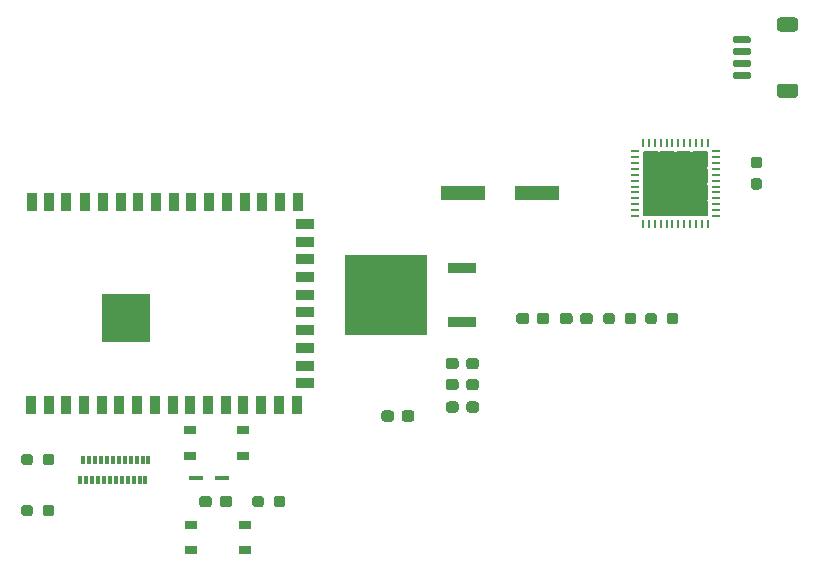
<source format=gbr>
%TF.GenerationSoftware,KiCad,Pcbnew,(5.1.9-0-10_14)*%
%TF.CreationDate,2021-04-08T19:41:26-04:00*%
%TF.ProjectId,RoboCloud,526f626f-436c-46f7-9564-2e6b69636164,rev?*%
%TF.SameCoordinates,Original*%
%TF.FileFunction,Paste,Top*%
%TF.FilePolarity,Positive*%
%FSLAX46Y46*%
G04 Gerber Fmt 4.6, Leading zero omitted, Abs format (unit mm)*
G04 Created by KiCad (PCBNEW (5.1.9-0-10_14)) date 2021-04-08 19:41:26*
%MOMM*%
%LPD*%
G01*
G04 APERTURE LIST*
%ADD10C,0.152400*%
%ADD11R,0.990600X0.711200*%
%ADD12R,4.100000X4.100000*%
%ADD13R,0.900000X1.500000*%
%ADD14R,1.500000X0.900000*%
%ADD15R,3.708400X1.219200*%
%ADD16R,1.168400X0.457200*%
%ADD17R,0.300000X0.700000*%
%ADD18R,0.704800X0.199200*%
%ADD19R,0.199200X0.704800*%
%ADD20R,5.499999X5.499999*%
%ADD21R,2.489200X0.939800*%
%ADD22R,6.934200X6.781800*%
G04 APERTURE END LIST*
D10*
%TO.C,U1*%
X188705000Y-80723000D02*
X187530000Y-80723000D01*
X188705000Y-81898000D02*
X188705000Y-80723000D01*
X187530000Y-81898000D02*
X188705000Y-81898000D01*
X187530000Y-80723000D02*
X187530000Y-81898000D01*
X188705000Y-79348000D02*
X187530000Y-79348000D01*
X188705000Y-80523000D02*
X188705000Y-79348000D01*
X187530000Y-80523000D02*
X188705000Y-80523000D01*
X187530000Y-79348000D02*
X187530000Y-80523000D01*
X188705000Y-77973000D02*
X187530000Y-77973000D01*
X188705000Y-79148000D02*
X188705000Y-77973000D01*
X187530000Y-79148000D02*
X188705000Y-79148000D01*
X187530000Y-77973000D02*
X187530000Y-79148000D01*
X188705000Y-76598000D02*
X187530000Y-76598000D01*
X188705000Y-77773000D02*
X188705000Y-76598000D01*
X187530000Y-77773000D02*
X188705000Y-77773000D01*
X187530000Y-76598000D02*
X187530000Y-77773000D01*
X187330000Y-80723000D02*
X186155000Y-80723000D01*
X187330000Y-81898000D02*
X187330000Y-80723000D01*
X186155000Y-81898000D02*
X187330000Y-81898000D01*
X186155000Y-80723000D02*
X186155000Y-81898000D01*
X187330000Y-79348000D02*
X186155000Y-79348000D01*
X187330000Y-80523000D02*
X187330000Y-79348000D01*
X186155000Y-80523000D02*
X187330000Y-80523000D01*
X186155000Y-79348000D02*
X186155000Y-80523000D01*
X187330000Y-77973000D02*
X186155000Y-77973000D01*
X187330000Y-79148000D02*
X187330000Y-77973000D01*
X186155000Y-79148000D02*
X187330000Y-79148000D01*
X186155000Y-77973000D02*
X186155000Y-79148000D01*
X187330000Y-76598000D02*
X186155000Y-76598000D01*
X187330000Y-77773000D02*
X187330000Y-76598000D01*
X186155000Y-77773000D02*
X187330000Y-77773000D01*
X186155000Y-76598000D02*
X186155000Y-77773000D01*
X185955000Y-80723000D02*
X184780000Y-80723000D01*
X185955000Y-81898000D02*
X185955000Y-80723000D01*
X184780000Y-81898000D02*
X185955000Y-81898000D01*
X184780000Y-80723000D02*
X184780000Y-81898000D01*
X185955000Y-79348000D02*
X184780000Y-79348000D01*
X185955000Y-80523000D02*
X185955000Y-79348000D01*
X184780000Y-80523000D02*
X185955000Y-80523000D01*
X184780000Y-79348000D02*
X184780000Y-80523000D01*
X185955000Y-77973000D02*
X184780000Y-77973000D01*
X185955000Y-79148000D02*
X185955000Y-77973000D01*
X184780000Y-79148000D02*
X185955000Y-79148000D01*
X184780000Y-77973000D02*
X184780000Y-79148000D01*
X185955000Y-76598000D02*
X184780000Y-76598000D01*
X185955000Y-77773000D02*
X185955000Y-76598000D01*
X184780000Y-77773000D02*
X185955000Y-77773000D01*
X184780000Y-76598000D02*
X184780000Y-77773000D01*
X184580000Y-80723000D02*
X183405000Y-80723000D01*
X184580000Y-81898000D02*
X184580000Y-80723000D01*
X183405000Y-81898000D02*
X184580000Y-81898000D01*
X183405000Y-80723000D02*
X183405000Y-81898000D01*
X184580000Y-79348000D02*
X183405000Y-79348000D01*
X184580000Y-80523000D02*
X184580000Y-79348000D01*
X183405000Y-80523000D02*
X184580000Y-80523000D01*
X183405000Y-79348000D02*
X183405000Y-80523000D01*
X184580000Y-77973000D02*
X183405000Y-77973000D01*
X184580000Y-79148000D02*
X184580000Y-77973000D01*
X183405000Y-79148000D02*
X184580000Y-79148000D01*
X183405000Y-77973000D02*
X183405000Y-79148000D01*
X184580000Y-76598000D02*
X183405000Y-76598000D01*
X184580000Y-77773000D02*
X184580000Y-76598000D01*
X183405000Y-77773000D02*
X184580000Y-77773000D01*
X183405000Y-76598000D02*
X183405000Y-77773000D01*
%TD*%
%TO.C,REF\u002A\u002A*%
G36*
G01*
X152063000Y-106409500D02*
X152063000Y-105934500D01*
G75*
G02*
X152300500Y-105697000I237500J0D01*
G01*
X152800500Y-105697000D01*
G75*
G02*
X153038000Y-105934500I0J-237500D01*
G01*
X153038000Y-106409500D01*
G75*
G02*
X152800500Y-106647000I-237500J0D01*
G01*
X152300500Y-106647000D01*
G75*
G02*
X152063000Y-106409500I0J237500D01*
G01*
G37*
G36*
G01*
X150238000Y-106409500D02*
X150238000Y-105934500D01*
G75*
G02*
X150475500Y-105697000I237500J0D01*
G01*
X150975500Y-105697000D01*
G75*
G02*
X151213000Y-105934500I0J-237500D01*
G01*
X151213000Y-106409500D01*
G75*
G02*
X150975500Y-106647000I-237500J0D01*
G01*
X150475500Y-106647000D01*
G75*
G02*
X150238000Y-106409500I0J237500D01*
G01*
G37*
%TD*%
%TO.C,C*%
G36*
G01*
X147454500Y-106409500D02*
X147454500Y-105934500D01*
G75*
G02*
X147692000Y-105697000I237500J0D01*
G01*
X148292000Y-105697000D01*
G75*
G02*
X148529500Y-105934500I0J-237500D01*
G01*
X148529500Y-106409500D01*
G75*
G02*
X148292000Y-106647000I-237500J0D01*
G01*
X147692000Y-106647000D01*
G75*
G02*
X147454500Y-106409500I0J237500D01*
G01*
G37*
G36*
G01*
X145729500Y-106409500D02*
X145729500Y-105934500D01*
G75*
G02*
X145967000Y-105697000I237500J0D01*
G01*
X146567000Y-105697000D01*
G75*
G02*
X146804500Y-105934500I0J-237500D01*
G01*
X146804500Y-106409500D01*
G75*
G02*
X146567000Y-106647000I-237500J0D01*
G01*
X145967000Y-106647000D01*
G75*
G02*
X145729500Y-106409500I0J237500D01*
G01*
G37*
%TD*%
D11*
%TO.C,SW1*%
X145069999Y-108145001D03*
X149570001Y-108145001D03*
X145069999Y-110294999D03*
X149570001Y-110294999D03*
%TD*%
%TO.C,REF\u002A\u002A*%
G36*
G01*
X196200001Y-66380000D02*
X194899999Y-66380000D01*
G75*
G02*
X194650000Y-66130001I0J249999D01*
G01*
X194650000Y-65429999D01*
G75*
G02*
X194899999Y-65180000I249999J0D01*
G01*
X196200001Y-65180000D01*
G75*
G02*
X196450000Y-65429999I0J-249999D01*
G01*
X196450000Y-66130001D01*
G75*
G02*
X196200001Y-66380000I-249999J0D01*
G01*
G37*
G36*
G01*
X196200001Y-71980000D02*
X194899999Y-71980000D01*
G75*
G02*
X194650000Y-71730001I0J249999D01*
G01*
X194650000Y-71029999D01*
G75*
G02*
X194899999Y-70780000I249999J0D01*
G01*
X196200001Y-70780000D01*
G75*
G02*
X196450000Y-71029999I0J-249999D01*
G01*
X196450000Y-71730001D01*
G75*
G02*
X196200001Y-71980000I-249999J0D01*
G01*
G37*
G36*
G01*
X192300000Y-67380000D02*
X191050000Y-67380000D01*
G75*
G02*
X190900000Y-67230000I0J150000D01*
G01*
X190900000Y-66930000D01*
G75*
G02*
X191050000Y-66780000I150000J0D01*
G01*
X192300000Y-66780000D01*
G75*
G02*
X192450000Y-66930000I0J-150000D01*
G01*
X192450000Y-67230000D01*
G75*
G02*
X192300000Y-67380000I-150000J0D01*
G01*
G37*
G36*
G01*
X192300000Y-68380000D02*
X191050000Y-68380000D01*
G75*
G02*
X190900000Y-68230000I0J150000D01*
G01*
X190900000Y-67930000D01*
G75*
G02*
X191050000Y-67780000I150000J0D01*
G01*
X192300000Y-67780000D01*
G75*
G02*
X192450000Y-67930000I0J-150000D01*
G01*
X192450000Y-68230000D01*
G75*
G02*
X192300000Y-68380000I-150000J0D01*
G01*
G37*
G36*
G01*
X192300000Y-69380000D02*
X191050000Y-69380000D01*
G75*
G02*
X190900000Y-69230000I0J150000D01*
G01*
X190900000Y-68930000D01*
G75*
G02*
X191050000Y-68780000I150000J0D01*
G01*
X192300000Y-68780000D01*
G75*
G02*
X192450000Y-68930000I0J-150000D01*
G01*
X192450000Y-69230000D01*
G75*
G02*
X192300000Y-69380000I-150000J0D01*
G01*
G37*
G36*
G01*
X192300000Y-70380000D02*
X191050000Y-70380000D01*
G75*
G02*
X190900000Y-70230000I0J150000D01*
G01*
X190900000Y-69930000D01*
G75*
G02*
X191050000Y-69780000I150000J0D01*
G01*
X192300000Y-69780000D01*
G75*
G02*
X192450000Y-69930000I0J-150000D01*
G01*
X192450000Y-70230000D01*
G75*
G02*
X192300000Y-70380000I-150000J0D01*
G01*
G37*
%TD*%
D12*
%TO.C,U2*%
X139521000Y-90598000D03*
D13*
X131581000Y-80783000D03*
X132981000Y-80783000D03*
X134481000Y-80783000D03*
X136081000Y-80783000D03*
D14*
X154731000Y-84158000D03*
X154731000Y-82658000D03*
D13*
X154081000Y-80783000D03*
X152581000Y-80783000D03*
X151081000Y-80783000D03*
X149581000Y-80783000D03*
X148081000Y-80783000D03*
X146581000Y-80783000D03*
X145081000Y-80783000D03*
X143581000Y-80783000D03*
X142081000Y-80783000D03*
X140581000Y-80783000D03*
X139081000Y-80783000D03*
X137581000Y-80783000D03*
X150981000Y-98033000D03*
X149481000Y-98033000D03*
X147981000Y-98033000D03*
X146481000Y-98033000D03*
X144981000Y-98033000D03*
X143481000Y-98033000D03*
X141981000Y-98033000D03*
X140481000Y-98033000D03*
X138981000Y-98033000D03*
X137481000Y-98033000D03*
X135981000Y-98033000D03*
X134481000Y-98033000D03*
X132981000Y-98033000D03*
D14*
X154731000Y-85658000D03*
X154731000Y-87158000D03*
X154731000Y-88658000D03*
X154731000Y-90158000D03*
X154731000Y-91658000D03*
X154731000Y-93158000D03*
X154731000Y-94658000D03*
X154731000Y-96158000D03*
D13*
X153981000Y-98033000D03*
X152481000Y-98033000D03*
X131481000Y-98033000D03*
%TD*%
%TO.C,C1*%
G36*
G01*
X172590000Y-90915500D02*
X172590000Y-90440500D01*
G75*
G02*
X172827500Y-90203000I237500J0D01*
G01*
X173427500Y-90203000D01*
G75*
G02*
X173665000Y-90440500I0J-237500D01*
G01*
X173665000Y-90915500D01*
G75*
G02*
X173427500Y-91153000I-237500J0D01*
G01*
X172827500Y-91153000D01*
G75*
G02*
X172590000Y-90915500I0J237500D01*
G01*
G37*
G36*
G01*
X174315000Y-90915500D02*
X174315000Y-90440500D01*
G75*
G02*
X174552500Y-90203000I237500J0D01*
G01*
X175152500Y-90203000D01*
G75*
G02*
X175390000Y-90440500I0J-237500D01*
G01*
X175390000Y-90915500D01*
G75*
G02*
X175152500Y-91153000I-237500J0D01*
G01*
X174552500Y-91153000D01*
G75*
G02*
X174315000Y-90915500I0J237500D01*
G01*
G37*
%TD*%
D15*
%TO.C,C2*%
X168097200Y-80010000D03*
X174294800Y-80010000D03*
%TD*%
%TO.C,C3*%
G36*
G01*
X163960000Y-98695500D02*
X163960000Y-99170500D01*
G75*
G02*
X163722500Y-99408000I-237500J0D01*
G01*
X163122500Y-99408000D01*
G75*
G02*
X162885000Y-99170500I0J237500D01*
G01*
X162885000Y-98695500D01*
G75*
G02*
X163122500Y-98458000I237500J0D01*
G01*
X163722500Y-98458000D01*
G75*
G02*
X163960000Y-98695500I0J-237500D01*
G01*
G37*
G36*
G01*
X162235000Y-98695500D02*
X162235000Y-99170500D01*
G75*
G02*
X161997500Y-99408000I-237500J0D01*
G01*
X161397500Y-99408000D01*
G75*
G02*
X161160000Y-99170500I0J237500D01*
G01*
X161160000Y-98695500D01*
G75*
G02*
X161397500Y-98458000I237500J0D01*
G01*
X161997500Y-98458000D01*
G75*
G02*
X162235000Y-98695500I0J-237500D01*
G01*
G37*
%TD*%
%TO.C,C4*%
G36*
G01*
X177998000Y-90915500D02*
X177998000Y-90440500D01*
G75*
G02*
X178235500Y-90203000I237500J0D01*
G01*
X178835500Y-90203000D01*
G75*
G02*
X179073000Y-90440500I0J-237500D01*
G01*
X179073000Y-90915500D01*
G75*
G02*
X178835500Y-91153000I-237500J0D01*
G01*
X178235500Y-91153000D01*
G75*
G02*
X177998000Y-90915500I0J237500D01*
G01*
G37*
G36*
G01*
X176273000Y-90915500D02*
X176273000Y-90440500D01*
G75*
G02*
X176510500Y-90203000I237500J0D01*
G01*
X177110500Y-90203000D01*
G75*
G02*
X177348000Y-90440500I0J-237500D01*
G01*
X177348000Y-90915500D01*
G75*
G02*
X177110500Y-91153000I-237500J0D01*
G01*
X176510500Y-91153000D01*
G75*
G02*
X176273000Y-90915500I0J237500D01*
G01*
G37*
%TD*%
%TO.C,C5*%
G36*
G01*
X168346000Y-98408500D02*
X168346000Y-97933500D01*
G75*
G02*
X168583500Y-97696000I237500J0D01*
G01*
X169183500Y-97696000D01*
G75*
G02*
X169421000Y-97933500I0J-237500D01*
G01*
X169421000Y-98408500D01*
G75*
G02*
X169183500Y-98646000I-237500J0D01*
G01*
X168583500Y-98646000D01*
G75*
G02*
X168346000Y-98408500I0J237500D01*
G01*
G37*
G36*
G01*
X166621000Y-98408500D02*
X166621000Y-97933500D01*
G75*
G02*
X166858500Y-97696000I237500J0D01*
G01*
X167458500Y-97696000D01*
G75*
G02*
X167696000Y-97933500I0J-237500D01*
G01*
X167696000Y-98408500D01*
G75*
G02*
X167458500Y-98646000I-237500J0D01*
G01*
X166858500Y-98646000D01*
G75*
G02*
X166621000Y-98408500I0J237500D01*
G01*
G37*
%TD*%
%TO.C,C6*%
G36*
G01*
X168346000Y-96503500D02*
X168346000Y-96028500D01*
G75*
G02*
X168583500Y-95791000I237500J0D01*
G01*
X169183500Y-95791000D01*
G75*
G02*
X169421000Y-96028500I0J-237500D01*
G01*
X169421000Y-96503500D01*
G75*
G02*
X169183500Y-96741000I-237500J0D01*
G01*
X168583500Y-96741000D01*
G75*
G02*
X168346000Y-96503500I0J237500D01*
G01*
G37*
G36*
G01*
X166621000Y-96503500D02*
X166621000Y-96028500D01*
G75*
G02*
X166858500Y-95791000I237500J0D01*
G01*
X167458500Y-95791000D01*
G75*
G02*
X167696000Y-96028500I0J-237500D01*
G01*
X167696000Y-96503500D01*
G75*
G02*
X167458500Y-96741000I-237500J0D01*
G01*
X166858500Y-96741000D01*
G75*
G02*
X166621000Y-96503500I0J237500D01*
G01*
G37*
%TD*%
%TO.C,C7*%
G36*
G01*
X166621000Y-94725500D02*
X166621000Y-94250500D01*
G75*
G02*
X166858500Y-94013000I237500J0D01*
G01*
X167458500Y-94013000D01*
G75*
G02*
X167696000Y-94250500I0J-237500D01*
G01*
X167696000Y-94725500D01*
G75*
G02*
X167458500Y-94963000I-237500J0D01*
G01*
X166858500Y-94963000D01*
G75*
G02*
X166621000Y-94725500I0J237500D01*
G01*
G37*
G36*
G01*
X168346000Y-94725500D02*
X168346000Y-94250500D01*
G75*
G02*
X168583500Y-94013000I237500J0D01*
G01*
X169183500Y-94013000D01*
G75*
G02*
X169421000Y-94250500I0J-237500D01*
G01*
X169421000Y-94725500D01*
G75*
G02*
X169183500Y-94963000I-237500J0D01*
G01*
X168583500Y-94963000D01*
G75*
G02*
X168346000Y-94725500I0J237500D01*
G01*
G37*
%TD*%
D16*
%TO.C,D2*%
X145427700Y-104140000D03*
X147688300Y-104140000D03*
%TD*%
D17*
%TO.C,J3*%
X135934000Y-102676000D03*
X136434000Y-102676000D03*
X136934000Y-102676000D03*
X137434000Y-102676000D03*
X137934000Y-102676000D03*
X138434000Y-102676000D03*
X138934000Y-102676000D03*
X141434000Y-102676000D03*
X140434000Y-102676000D03*
X139934000Y-102676000D03*
X139434000Y-102676000D03*
X140934000Y-102676000D03*
X141184000Y-104376000D03*
X140684000Y-104376000D03*
X140184000Y-104376000D03*
X139684000Y-104376000D03*
X139184000Y-104376000D03*
X138684000Y-104376000D03*
X138184000Y-104376000D03*
X137684000Y-104376000D03*
X137184000Y-104376000D03*
X136684000Y-104376000D03*
X136184000Y-104376000D03*
X135684000Y-104376000D03*
%TD*%
%TO.C,R1*%
G36*
G01*
X179956000Y-90915500D02*
X179956000Y-90440500D01*
G75*
G02*
X180193500Y-90203000I237500J0D01*
G01*
X180693500Y-90203000D01*
G75*
G02*
X180931000Y-90440500I0J-237500D01*
G01*
X180931000Y-90915500D01*
G75*
G02*
X180693500Y-91153000I-237500J0D01*
G01*
X180193500Y-91153000D01*
G75*
G02*
X179956000Y-90915500I0J237500D01*
G01*
G37*
G36*
G01*
X181781000Y-90915500D02*
X181781000Y-90440500D01*
G75*
G02*
X182018500Y-90203000I237500J0D01*
G01*
X182518500Y-90203000D01*
G75*
G02*
X182756000Y-90440500I0J-237500D01*
G01*
X182756000Y-90915500D01*
G75*
G02*
X182518500Y-91153000I-237500J0D01*
G01*
X182018500Y-91153000D01*
G75*
G02*
X181781000Y-90915500I0J237500D01*
G01*
G37*
%TD*%
%TO.C,R2*%
G36*
G01*
X186312000Y-90440500D02*
X186312000Y-90915500D01*
G75*
G02*
X186074500Y-91153000I-237500J0D01*
G01*
X185574500Y-91153000D01*
G75*
G02*
X185337000Y-90915500I0J237500D01*
G01*
X185337000Y-90440500D01*
G75*
G02*
X185574500Y-90203000I237500J0D01*
G01*
X186074500Y-90203000D01*
G75*
G02*
X186312000Y-90440500I0J-237500D01*
G01*
G37*
G36*
G01*
X184487000Y-90440500D02*
X184487000Y-90915500D01*
G75*
G02*
X184249500Y-91153000I-237500J0D01*
G01*
X183749500Y-91153000D01*
G75*
G02*
X183512000Y-90915500I0J237500D01*
G01*
X183512000Y-90440500D01*
G75*
G02*
X183749500Y-90203000I237500J0D01*
G01*
X184249500Y-90203000D01*
G75*
G02*
X184487000Y-90440500I0J-237500D01*
G01*
G37*
%TD*%
%TO.C,Re*%
G36*
G01*
X192675500Y-78784000D02*
X193150500Y-78784000D01*
G75*
G02*
X193388000Y-79021500I0J-237500D01*
G01*
X193388000Y-79521500D01*
G75*
G02*
X193150500Y-79759000I-237500J0D01*
G01*
X192675500Y-79759000D01*
G75*
G02*
X192438000Y-79521500I0J237500D01*
G01*
X192438000Y-79021500D01*
G75*
G02*
X192675500Y-78784000I237500J0D01*
G01*
G37*
G36*
G01*
X192675500Y-76959000D02*
X193150500Y-76959000D01*
G75*
G02*
X193388000Y-77196500I0J-237500D01*
G01*
X193388000Y-77696500D01*
G75*
G02*
X193150500Y-77934000I-237500J0D01*
G01*
X192675500Y-77934000D01*
G75*
G02*
X192438000Y-77696500I0J237500D01*
G01*
X192438000Y-77196500D01*
G75*
G02*
X192675500Y-76959000I237500J0D01*
G01*
G37*
%TD*%
%TO.C,R4*%
G36*
G01*
X133480000Y-102378500D02*
X133480000Y-102853500D01*
G75*
G02*
X133242500Y-103091000I-237500J0D01*
G01*
X132742500Y-103091000D01*
G75*
G02*
X132505000Y-102853500I0J237500D01*
G01*
X132505000Y-102378500D01*
G75*
G02*
X132742500Y-102141000I237500J0D01*
G01*
X133242500Y-102141000D01*
G75*
G02*
X133480000Y-102378500I0J-237500D01*
G01*
G37*
G36*
G01*
X131655000Y-102378500D02*
X131655000Y-102853500D01*
G75*
G02*
X131417500Y-103091000I-237500J0D01*
G01*
X130917500Y-103091000D01*
G75*
G02*
X130680000Y-102853500I0J237500D01*
G01*
X130680000Y-102378500D01*
G75*
G02*
X130917500Y-102141000I237500J0D01*
G01*
X131417500Y-102141000D01*
G75*
G02*
X131655000Y-102378500I0J-237500D01*
G01*
G37*
%TD*%
%TO.C,R5*%
G36*
G01*
X132505000Y-107171500D02*
X132505000Y-106696500D01*
G75*
G02*
X132742500Y-106459000I237500J0D01*
G01*
X133242500Y-106459000D01*
G75*
G02*
X133480000Y-106696500I0J-237500D01*
G01*
X133480000Y-107171500D01*
G75*
G02*
X133242500Y-107409000I-237500J0D01*
G01*
X132742500Y-107409000D01*
G75*
G02*
X132505000Y-107171500I0J237500D01*
G01*
G37*
G36*
G01*
X130680000Y-107171500D02*
X130680000Y-106696500D01*
G75*
G02*
X130917500Y-106459000I237500J0D01*
G01*
X131417500Y-106459000D01*
G75*
G02*
X131655000Y-106696500I0J-237500D01*
G01*
X131655000Y-107171500D01*
G75*
G02*
X131417500Y-107409000I-237500J0D01*
G01*
X130917500Y-107409000D01*
G75*
G02*
X130680000Y-107171500I0J237500D01*
G01*
G37*
%TD*%
D11*
%TO.C,SW1*%
X149443001Y-102293999D03*
X144942999Y-102293999D03*
X149443001Y-100144001D03*
X144942999Y-100144001D03*
%TD*%
D18*
%TO.C,U1*%
X182602602Y-76498000D03*
X182602602Y-76997999D03*
X182602602Y-77498001D03*
X182602602Y-77998000D03*
X182602602Y-78497999D03*
X182602602Y-78998000D03*
X182602602Y-79498000D03*
X182602602Y-79998001D03*
X182602602Y-80498000D03*
X182602602Y-80997999D03*
X182602602Y-81498001D03*
X182602602Y-81998000D03*
D19*
X183305000Y-82700398D03*
X183804999Y-82700398D03*
X184305001Y-82700398D03*
X184805000Y-82700398D03*
X185304999Y-82700398D03*
X185805000Y-82700398D03*
X186305000Y-82700398D03*
X186805001Y-82700398D03*
X187305000Y-82700398D03*
X187804999Y-82700398D03*
X188305001Y-82700398D03*
X188805000Y-82700398D03*
D18*
X189507398Y-81998000D03*
X189507398Y-81498001D03*
X189507398Y-80997999D03*
X189507398Y-80498000D03*
X189507398Y-79998001D03*
X189507398Y-79498000D03*
X189507398Y-78998000D03*
X189507398Y-78497999D03*
X189507398Y-77998000D03*
X189507398Y-77498001D03*
X189507398Y-76997999D03*
X189507398Y-76498000D03*
D19*
X188805000Y-75795602D03*
X188305001Y-75795602D03*
X187804999Y-75795602D03*
X187305000Y-75795602D03*
X186805001Y-75795602D03*
X186305000Y-75795602D03*
X185805000Y-75795602D03*
X185304999Y-75795602D03*
X184805000Y-75795602D03*
X184305001Y-75795602D03*
X183804999Y-75795602D03*
X183305000Y-75795602D03*
D20*
X186055000Y-79248000D03*
%TD*%
D21*
%TO.C,U1*%
X167957500Y-90936001D03*
D22*
X161544000Y-88646000D03*
D21*
X167957500Y-86355999D03*
%TD*%
M02*

</source>
